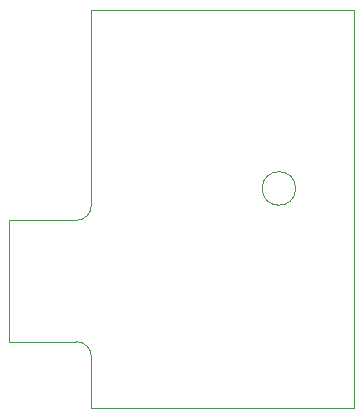
<source format=gbr>
G04 #@! TF.GenerationSoftware,KiCad,Pcbnew,(5.1.4)-1*
G04 #@! TF.CreationDate,2022-06-06T11:17:32+02:00*
G04 #@! TF.ProjectId,UP1-Progger,5550312d-5072-46f6-9767-65722e6b6963,V00.10*
G04 #@! TF.SameCoordinates,Original*
G04 #@! TF.FileFunction,Profile,NP*
%FSLAX46Y46*%
G04 Gerber Fmt 4.6, Leading zero omitted, Abs format (unit mm)*
G04 Created by KiCad (PCBNEW (5.1.4)-1) date 2022-06-06 11:17:32*
%MOMM*%
%LPD*%
G04 APERTURE LIST*
%ADD10C,0.050000*%
G04 APERTURE END LIST*
D10*
X114449903Y-109705097D02*
G75*
G03X114449903Y-109705097I-1419903J0D01*
G01*
X97155000Y-111125000D02*
G75*
G02X95885000Y-112395000I-1270000J0D01*
G01*
X95885000Y-122682000D02*
G75*
G02X97155000Y-123952000I0J-1270000D01*
G01*
X90170000Y-112395000D02*
X90170000Y-122682000D01*
X92710000Y-112395000D02*
X90170000Y-112395000D01*
X97155000Y-128270000D02*
X97155000Y-123952000D01*
X119380000Y-128270000D02*
X97155000Y-128270000D01*
X119380000Y-94615000D02*
X119380000Y-128270000D01*
X97155000Y-94615000D02*
X119380000Y-94615000D01*
X97155000Y-106045000D02*
X97155000Y-94615000D01*
X97155000Y-111125000D02*
X97155000Y-106045000D01*
X92710000Y-112395000D02*
X95885000Y-112395000D01*
X90170000Y-122682000D02*
X95885000Y-122682000D01*
M02*

</source>
